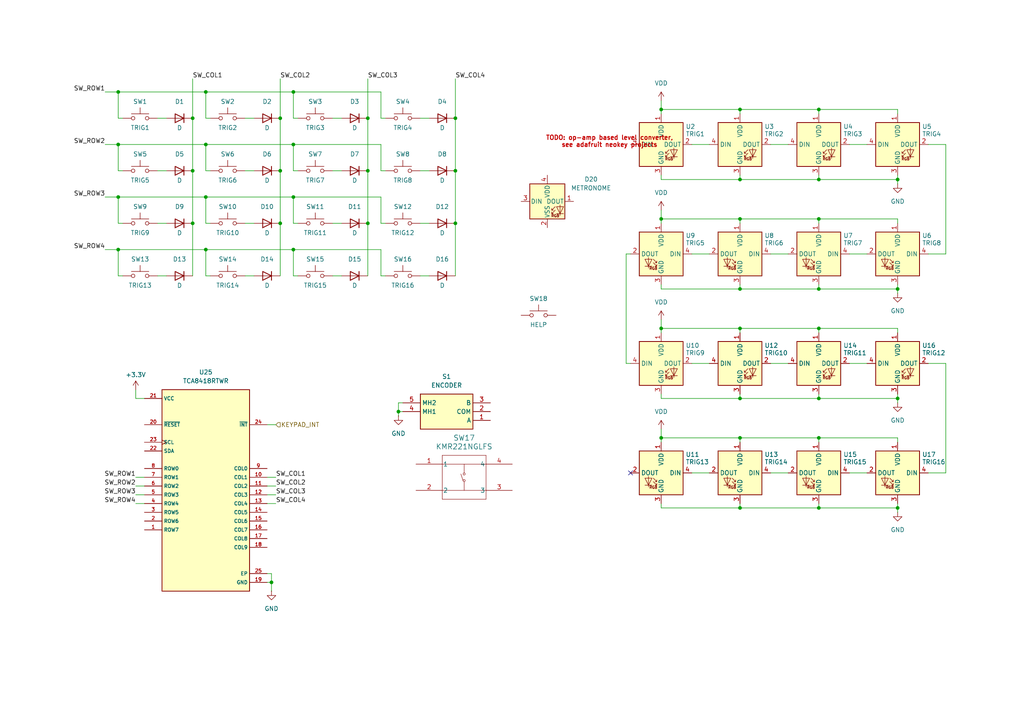
<source format=kicad_sch>
(kicad_sch (version 20250114) (generator "eeschema") (generator_version "9.0")
  (paper "A4")
  (lib_symbols
    (symbol "Device:D" (pin_numbers (hide yes)) (pin_names (offset 1.016) (hide yes))
      (property "Reference" "D" (at 0 2.54 0))
      (property "Value" "D" (at 0 -2.54 0))
      (symbol "D_0_1"
        (polyline (pts (xy -1.27 1.27) (xy -1.27 -1.27)) (stroke (width 0.254)))
        (polyline (pts (xy 1.27 1.27) (xy 1.27 -1.27) (xy -1.27 0) (xy 1.27 1.27)) (stroke (width 0.254)))
        (polyline (pts (xy 1.27 0) (xy -1.27 0)))
      )
      (symbol "D_1_1"
        (pin passive line (at -3.81 0 0) (length 2.54) (name "K") (number "1"))
        (pin passive line (at 3.81 0 180) (length 2.54) (name "A") (number "2"))
      )
    )
    (symbol "LED:SK6812MINI" (pin_names (offset 0.254))
      (property "Reference" "D" (at 5.08 5.715 0))
      (property "Value" "SK6812MINI" (at 1.27 -5.715 0))
      (symbol "SK6812MINI_0_0"
        (text "RGB" (at 2.286 -4.191 0) (effects (font (size 0.762 0.762))))
      )
      (symbol "SK6812MINI_0_1"
        (polyline (pts (xy 1.27 -2.54) (xy 1.778 -2.54)))
        (polyline (pts (xy 1.27 -3.556) (xy 1.778 -3.556)))
        (polyline (pts (xy 2.286 -1.524) (xy 1.27 -2.54) (xy 1.27 -2.032)))
        (polyline (pts (xy 2.286 -2.54) (xy 1.27 -3.556) (xy 1.27 -3.048)))
        (polyline (pts (xy 3.683 -1.016) (xy 3.683 -3.556) (xy 3.683 -4.064)))
        (polyline (pts (xy 4.699 -1.524) (xy 2.667 -1.524) (xy 3.683 -3.556) (xy 4.699 -1.524)))
        (polyline (pts (xy 4.699 -3.556) (xy 2.667 -3.556)))
        (rectangle (start 5.08 5.08) (end -5.08 -5.08) (stroke (width 0.254)) (fill (type background)))
      )
      (symbol "SK6812MINI_1_1"
        (pin input line (at -7.62 0 0) (length 2.54) (name "DIN") (number "3"))
        (pin power_in line (at 0 7.62 270) (length 2.54) (name "VDD") (number "4"))
        (pin power_in line (at 0 -7.62 90) (length 2.54) (name "VSS") (number "2"))
        (pin output line (at 7.62 0 180) (length 2.54) (name "DOUT") (number "1"))
      )
    )
    (symbol "Switch:SW_Push" (pin_numbers (hide yes)) (pin_names (offset 1.016) (hide yes))
      (property "Reference" "SW" (at 1.27 2.54 0))
      (property "Value" "SW_Push" (at 0 -1.524 0))
      (symbol "SW_Push_0_1"
        (circle (center -2.032 0) (radius 0.508))
        (polyline (pts (xy 0 1.27) (xy 0 3.048)))
        (circle (center 2.032 0) (radius 0.508))
        (polyline (pts (xy 2.54 1.27) (xy -2.54 1.27)))
        (pin passive line (at -5.08 0 0) (length 2.54) (name "1") (number "1"))
        (pin passive line (at 5.08 0 180) (length 2.54) (name "2") (number "2"))
      )
    )
    (symbol "pocket_synth:2416191-1"
      (property "Reference" "S" (at 21.59 7.62 0))
      (property "Value" "2416191-1" (at 21.59 5.08 0))
      (symbol "2416191-1_1_1"
        (rectangle (start 5.08 2.54) (end 20.32 -7.62) (stroke (width 0.254)) (fill (type background)))
        (pin passive line (at 0 0 0) (length 5.08) (name "MH2") (number "5"))
        (pin passive line (at 0 -2.54 0) (length 5.08) (name "MH1") (number "4"))
        (pin passive line (at 25.4 0 180) (length 5.08) (name "B") (number "3"))
        (pin passive line (at 25.4 -2.54 180) (length 5.08) (name "COM") (number "2"))
        (pin passive line (at 25.4 -5.08 180) (length 5.08) (name "A") (number "1"))
      )
    )
    (symbol "pocket_synth:KMR221NGLFS" (pin_names (offset 0.254))
      (property "Reference" "SW" (at 14.605 7.62 0))
      (property "Value" "KMR221NGLFS" (at 20.32 5.08 0))
      (symbol "KMR221NGLFS_0_1"
        (polyline (pts (xy 7.62 2.54) (xy 7.62 -10.16)) (stroke (width 0.127)))
        (polyline (pts (xy 7.62 0) (xy 20.32 0)) (stroke (width 0.127)))
        (polyline (pts (xy 7.62 -7.62) (xy 20.32 -7.62)) (stroke (width 0.127)))
        (polyline (pts (xy 7.62 -10.16) (xy 20.32 -10.16)) (stroke (width 0.127)))
        (polyline (pts (xy 13.6525 -4.7625) (xy 13.0175 -2.8575)) (stroke (width 0.127)))
        (polyline (pts (xy 13.97 0) (xy 13.97 -2.54)) (stroke (width 0.127)))
        (circle (center 13.97 -2.8575) (radius 0.3048) (stroke (width 0.127)))
        (circle (center 13.97 -4.7625) (radius 0.3048) (stroke (width 0.127)))
        (polyline (pts (xy 13.97 -7.62) (xy 13.97 -5.08)) (stroke (width 0.127)))
        (polyline (pts (xy 20.32 2.54) (xy 7.62 2.54)) (stroke (width 0.127)))
        (polyline (pts (xy 20.32 -10.16) (xy 20.32 2.54)) (stroke (width 0.127)))
        (pin unspecified line (at 0 0 0) (length 7.62) (name "1") (number "1"))
        (pin unspecified line (at 0 -7.62 0) (length 7.62) (name "2") (number "2"))
        (pin unspecified line (at 27.94 0 180) (length 7.62) (name "4") (number "4"))
        (pin unspecified line (at 27.94 -7.62 180) (length 7.62) (name "3") (number "3"))
      )
    )
    (symbol "pocket_synth:SK6812MINI-E"
      (property "Reference" "U" (at 0 0 0))
      (symbol "SK6812MINI-E_0_0"
        (text "RGB" (at 2.286 -4.191 0) (effects (font (size 0.762 0.762))))
      )
      (symbol "SK6812MINI-E_0_1"
        (rectangle (start -6.35 6.35) (end 6.35 -6.35) (stroke (width 0.254)) (fill (type background)))
        (polyline (pts (xy 1.27 -2.54) (xy 1.778 -2.54)))
        (polyline (pts (xy 1.27 -3.556) (xy 1.778 -3.556)))
        (polyline (pts (xy 2.286 -1.524) (xy 1.27 -2.54) (xy 1.27 -2.032)))
        (polyline (pts (xy 2.286 -2.54) (xy 1.27 -3.556) (xy 1.27 -3.048)))
        (polyline (pts (xy 3.683 -1.016) (xy 3.683 -3.556) (xy 3.683 -4.064)))
        (polyline (pts (xy 4.699 -1.524) (xy 2.667 -1.524) (xy 3.683 -3.556) (xy 4.699 -1.524)))
        (polyline (pts (xy 4.699 -3.556) (xy 2.667 -3.556)))
      )
      (symbol "SK6812MINI-E_1_1"
        (pin input line (at -8.89 0 0) (length 2.54) (name "DIN") (number "4"))
        (pin power_in line (at 0 8.89 270) (length 2.54) (name "VDD") (number "1"))
        (pin power_in line (at 0 -8.89 90) (length 2.54) (name "GND") (number "3"))
        (pin output line (at 8.89 0 180) (length 2.54) (name "DOUT") (number "2"))
      )
    )
    (symbol "pocket_synth:TCA8418RTWR"
      (property "Reference" "U" (at 0 0 0))
      (property "Value" "TCA8418RTWR" (at 0 0 0))
      (symbol "TCA8418RTWR_0_0"
        (rectangle (start -12.7 29.21) (end 12.7 -29.21) (stroke (width 0.254)) (fill (type background)))
        (pin power_in line (at -17.78 26.67 0) (length 5.08) (name "VCC") (number "21"))
        (pin input line (at -17.78 19.05 0) (length 5.08) (name "~{RESET}") (number "20"))
        (pin input clock (at -17.78 13.97 0) (length 5.08) (name "SCL") (number "23"))
        (pin bidirectional line (at -17.78 11.43 0) (length 5.08) (name "SDA") (number "22"))
        (pin bidirectional line (at -17.78 6.35 0) (length 5.08) (name "ROW0") (number "8"))
        (pin bidirectional line (at -17.78 3.81 0) (length 5.08) (name "ROW1") (number "7"))
        (pin bidirectional line (at -17.78 1.27 0) (length 5.08) (name "ROW2") (number "6"))
        (pin bidirectional line (at -17.78 -1.27 0) (length 5.08) (name "ROW3") (number "5"))
        (pin bidirectional line (at -17.78 -3.81 0) (length 5.08) (name "ROW4") (number "4"))
        (pin bidirectional line (at -17.78 -6.35 0) (length 5.08) (name "ROW5") (number "3"))
        (pin bidirectional line (at -17.78 -8.89 0) (length 5.08) (name "ROW6") (number "2"))
        (pin bidirectional line (at -17.78 -11.43 0) (length 5.08) (name "ROW7") (number "1"))
        (pin output line (at 17.78 19.05 180) (length 5.08) (name "~{INT}") (number "24"))
        (pin bidirectional line (at 17.78 6.35 180) (length 5.08) (name "COL0") (number "9"))
        (pin bidirectional line (at 17.78 3.81 180) (length 5.08) (name "COL1") (number "10"))
        (pin bidirectional line (at 17.78 1.27 180) (length 5.08) (name "COL2") (number "11"))
        (pin bidirectional line (at 17.78 -1.27 180) (length 5.08) (name "COL3") (number "12"))
        (pin bidirectional line (at 17.78 -3.81 180) (length 5.08) (name "COL4") (number "13"))
        (pin bidirectional line (at 17.78 -6.35 180) (length 5.08) (name "COL5") (number "14"))
        (pin bidirectional line (at 17.78 -8.89 180) (length 5.08) (name "COL6") (number "15"))
        (pin bidirectional line (at 17.78 -11.43 180) (length 5.08) (name "COL7") (number "16"))
        (pin bidirectional line (at 17.78 -13.97 180) (length 5.08) (name "COL8") (number "17"))
        (pin bidirectional line (at 17.78 -16.51 180) (length 5.08) (name "COL9") (number "18"))
        (pin passive line (at 17.78 -24.13 180) (length 5.08) (name "EP") (number "25"))
        (pin power_in line (at 17.78 -26.67 180) (length 5.08) (name "GND") (number "19"))
      )
    )
    (symbol "power:+3.3V" (power) (pin_numbers (hide yes)) (pin_names (offset 0) (hide yes))
      (property "Value" "+3.3V" (at 0 3.556 0))
      (symbol "+3.3V_0_1"
        (polyline (pts (xy -0.762 1.27) (xy 0 2.54)))
        (polyline (pts (xy 0 2.54) (xy 0.762 1.27)))
        (polyline (pts (xy 0 0) (xy 0 2.54)))
      )
      (symbol "+3.3V_1_1"
        (pin power_in line (at 0 0 90) (length 0) (name "~") (number "1"))
      )
    )
    (symbol "power:GND" (power) (pin_numbers (hide yes)) (pin_names (offset 0) (hide yes))
      (property "Value" "GND" (at 0 -3.81 0))
      (symbol "GND_0_1"
        (polyline (pts (xy 0 0) (xy 0 -1.27) (xy 1.27 -1.27) (xy 0 -2.54) (xy -1.27 -1.27) (xy 0 -1.27)))
      )
      (symbol "GND_1_1"
        (pin power_in line (at 0 0 270) (length 0) (name "~") (number "1"))
      )
    )
    (symbol "power:VDD" (power) (pin_numbers (hide yes)) (pin_names (offset 0) (hide yes))
      (property "Value" "VDD" (at 0 3.556 0))
      (symbol "VDD_0_1"
        (polyline (pts (xy -0.762 1.27) (xy 0 2.54)))
        (polyline (pts (xy 0 2.54) (xy 0.762 1.27)))
        (polyline (pts (xy 0 0) (xy 0 2.54)))
      )
      (symbol "VDD_1_1"
        (pin power_in line (at 0 0 90) (length 0) (name "~") (number "1"))
      )
    )
  )
  (text "TODO: op-amp based level converter,\nsee adafruit neokey projects" (at 176.784 41.148 0) (effects (font (size 1.27 1.27) (thickness 0.254) (bold yes))))
  (junction (at 34.29 26.67))
  (junction (at 260.35 52.07))
  (junction (at 214.63 127))
  (junction (at 106.68 49.53))
  (junction (at 237.49 127))
  (junction (at 85.09 72.39))
  (junction (at 214.63 95.25))
  (junction (at 260.35 147.32))
  (junction (at 55.88 64.77))
  (junction (at 191.77 63.5))
  (junction (at 59.69 41.91))
  (junction (at 191.77 31.75))
  (junction (at 260.35 115.57))
  (junction (at 106.68 34.29))
  (junction (at 55.88 49.53))
  (junction (at 59.69 57.15))
  (junction (at 55.88 34.29))
  (junction (at 214.63 63.5))
  (junction (at 34.29 41.91))
  (junction (at 214.63 115.57))
  (junction (at 132.08 49.53))
  (junction (at 260.35 83.82))
  (junction (at 237.49 147.32))
  (junction (at 34.29 57.15))
  (junction (at 237.49 52.07))
  (junction (at 59.69 72.39))
  (junction (at 132.08 34.29))
  (junction (at 85.09 41.91))
  (junction (at 237.49 31.75))
  (junction (at 237.49 115.57))
  (junction (at 191.77 127))
  (junction (at 81.28 34.29))
  (junction (at 214.63 83.82))
  (junction (at 214.63 52.07))
  (junction (at 59.69 26.67))
  (junction (at 106.68 64.77))
  (junction (at 191.77 95.25))
  (junction (at 214.63 31.75))
  (junction (at 81.28 49.53))
  (junction (at 85.09 57.15))
  (junction (at 34.29 72.39))
  (junction (at 237.49 83.82))
  (junction (at 115.57 119.38))
  (junction (at 237.49 95.25))
  (junction (at 78.74 168.91))
  (junction (at 132.08 64.77))
  (junction (at 81.28 64.77))
  (junction (at 237.49 63.5))
  (junction (at 85.09 26.67))
  (junction (at 214.63 147.32))
  (no_connect (at 182.88 137.16))
  (wire (pts (xy 59.69 41.91) (xy 59.69 49.53)))
  (wire (pts (xy 86.36 80.01) (xy 85.09 80.01)))
  (wire (pts (xy 85.09 26.67) (xy 85.09 34.29)))
  (wire (pts (xy 45.72 34.29) (xy 48.26 34.29)))
  (wire (pts (xy 71.12 34.29) (xy 73.66 34.29)))
  (wire (pts (xy 191.77 95.25) (xy 191.77 96.52)))
  (wire (pts (xy 86.36 64.77) (xy 85.09 64.77)))
  (wire (pts (xy 34.29 72.39) (xy 34.29 80.01)))
  (wire (pts (xy 274.32 105.41) (xy 274.32 137.16)))
  (wire (pts (xy 110.49 72.39) (xy 110.49 80.01)))
  (wire (pts (xy 41.91 115.57) (xy 39.37 115.57)))
  (wire (pts (xy 191.77 52.07) (xy 214.63 52.07)))
  (wire (pts (xy 191.77 82.55) (xy 191.77 83.82)))
  (wire (pts (xy 214.63 82.55) (xy 214.63 83.82)))
  (wire (pts (xy 191.77 95.25) (xy 214.63 95.25)))
  (wire (pts (xy 71.12 49.53) (xy 73.66 49.53)))
  (wire (pts (xy 251.46 137.16) (xy 246.38 137.16)))
  (wire (pts (xy 274.32 41.91) (xy 274.32 73.66)))
  (wire (pts (xy 77.47 168.91) (xy 78.74 168.91)))
  (wire (pts (xy 237.49 31.75) (xy 260.35 31.75)))
  (wire (pts (xy 55.88 22.86) (xy 55.88 34.29)))
  (wire (pts (xy 59.69 57.15) (xy 85.09 57.15)))
  (wire (pts (xy 237.49 95.25) (xy 260.35 95.25)))
  (wire (pts (xy 200.66 105.41) (xy 205.74 105.41)))
  (wire (pts (xy 214.63 95.25) (xy 237.49 95.25)))
  (wire (pts (xy 200.66 41.91) (xy 205.74 41.91)))
  (wire (pts (xy 121.92 80.01) (xy 124.46 80.01)))
  (wire (pts (xy 269.24 41.91) (xy 274.32 41.91)))
  (wire (pts (xy 260.35 31.75) (xy 260.35 33.02)))
  (wire (pts (xy 110.49 26.67) (xy 110.49 34.29)))
  (wire (pts (xy 30.48 26.67) (xy 34.29 26.67)))
  (wire (pts (xy 191.77 60.96) (xy 191.77 63.5)))
  (wire (pts (xy 191.77 50.8) (xy 191.77 52.07)))
  (wire (pts (xy 214.63 31.75) (xy 237.49 31.75)))
  (wire (pts (xy 260.35 147.32) (xy 260.35 148.59)))
  (wire (pts (xy 85.09 41.91) (xy 85.09 49.53)))
  (wire (pts (xy 45.72 64.77) (xy 48.26 64.77)))
  (wire (pts (xy 39.37 146.05) (xy 41.91 146.05)))
  (wire (pts (xy 214.63 146.05) (xy 214.63 147.32)))
  (wire (pts (xy 30.48 72.39) (xy 34.29 72.39)))
  (wire (pts (xy 274.32 137.16) (xy 269.24 137.16)))
  (wire (pts (xy 55.88 34.29) (xy 55.88 49.53)))
  (wire (pts (xy 181.61 105.41) (xy 182.88 105.41)))
  (wire (pts (xy 45.72 80.01) (xy 48.26 80.01)))
  (wire (pts (xy 121.92 64.77) (xy 124.46 64.77)))
  (wire (pts (xy 121.92 49.53) (xy 124.46 49.53)))
  (wire (pts (xy 269.24 105.41) (xy 274.32 105.41)))
  (wire (pts (xy 237.49 52.07) (xy 260.35 52.07)))
  (wire (pts (xy 214.63 147.32) (xy 237.49 147.32)))
  (wire (pts (xy 96.52 80.01) (xy 99.06 80.01)))
  (wire (pts (xy 35.56 49.53) (xy 34.29 49.53)))
  (wire (pts (xy 237.49 127) (xy 260.35 127)))
  (wire (pts (xy 77.47 166.37) (xy 78.74 166.37)))
  (wire (pts (xy 81.28 34.29) (xy 81.28 49.53)))
  (wire (pts (xy 59.69 41.91) (xy 85.09 41.91)))
  (wire (pts (xy 55.88 64.77) (xy 55.88 80.01)))
  (wire (pts (xy 71.12 64.77) (xy 73.66 64.77)))
  (wire (pts (xy 274.32 73.66) (xy 269.24 73.66)))
  (wire (pts (xy 260.35 146.05) (xy 260.35 147.32)))
  (wire (pts (xy 121.92 34.29) (xy 124.46 34.29)))
  (wire (pts (xy 59.69 26.67) (xy 85.09 26.67)))
  (wire (pts (xy 30.48 57.15) (xy 34.29 57.15)))
  (wire (pts (xy 96.52 64.77) (xy 99.06 64.77)))
  (wire (pts (xy 34.29 41.91) (xy 59.69 41.91)))
  (wire (pts (xy 59.69 72.39) (xy 59.69 80.01)))
  (wire (pts (xy 77.47 146.05) (xy 80.01 146.05)))
  (wire (pts (xy 237.49 95.25) (xy 237.49 96.52)))
  (wire (pts (xy 106.68 49.53) (xy 106.68 64.77)))
  (wire (pts (xy 191.77 92.71) (xy 191.77 95.25)))
  (wire (pts (xy 34.29 72.39) (xy 59.69 72.39)))
  (wire (pts (xy 181.61 73.66) (xy 181.61 105.41)))
  (wire (pts (xy 214.63 127) (xy 214.63 128.27)))
  (wire (pts (xy 59.69 26.67) (xy 59.69 34.29)))
  (wire (pts (xy 35.56 64.77) (xy 34.29 64.77)))
  (wire (pts (xy 237.49 127) (xy 237.49 128.27)))
  (wire (pts (xy 182.88 73.66) (xy 181.61 73.66)))
  (wire (pts (xy 132.08 22.86) (xy 132.08 34.29)))
  (wire (pts (xy 81.28 22.86) (xy 81.28 34.29)))
  (wire (pts (xy 260.35 95.25) (xy 260.35 96.52)))
  (wire (pts (xy 60.96 80.01) (xy 59.69 80.01)))
  (wire (pts (xy 116.84 116.84) (xy 115.57 116.84)))
  (wire (pts (xy 106.68 64.77) (xy 106.68 80.01)))
  (wire (pts (xy 214.63 52.07) (xy 237.49 52.07)))
  (wire (pts (xy 85.09 57.15) (xy 85.09 64.77)))
  (wire (pts (xy 191.77 127) (xy 191.77 128.27)))
  (wire (pts (xy 214.63 63.5) (xy 237.49 63.5)))
  (wire (pts (xy 35.56 80.01) (xy 34.29 80.01)))
  (wire (pts (xy 34.29 57.15) (xy 59.69 57.15)))
  (wire (pts (xy 96.52 34.29) (xy 99.06 34.29)))
  (wire (pts (xy 214.63 115.57) (xy 237.49 115.57)))
  (wire (pts (xy 214.63 114.3) (xy 214.63 115.57)))
  (wire (pts (xy 228.6 137.16) (xy 223.52 137.16)))
  (wire (pts (xy 85.09 26.67) (xy 110.49 26.67)))
  (wire (pts (xy 223.52 41.91) (xy 228.6 41.91)))
  (wire (pts (xy 30.48 41.91) (xy 34.29 41.91)))
  (wire (pts (xy 191.77 146.05) (xy 191.77 147.32)))
  (wire (pts (xy 85.09 72.39) (xy 110.49 72.39)))
  (wire (pts (xy 228.6 73.66) (xy 223.52 73.66)))
  (wire (pts (xy 205.74 73.66) (xy 200.66 73.66)))
  (wire (pts (xy 45.72 49.53) (xy 48.26 49.53)))
  (wire (pts (xy 260.35 114.3) (xy 260.35 115.57)))
  (wire (pts (xy 260.35 115.57) (xy 260.35 116.84)))
  (wire (pts (xy 191.77 31.75) (xy 191.77 33.02)))
  (wire (pts (xy 191.77 114.3) (xy 191.77 115.57)))
  (wire (pts (xy 86.36 34.29) (xy 85.09 34.29)))
  (wire (pts (xy 39.37 138.43) (xy 41.91 138.43)))
  (wire (pts (xy 191.77 31.75) (xy 214.63 31.75)))
  (wire (pts (xy 237.49 146.05) (xy 237.49 147.32)))
  (wire (pts (xy 85.09 57.15) (xy 110.49 57.15)))
  (wire (pts (xy 78.74 166.37) (xy 78.74 168.91)))
  (wire (pts (xy 34.29 26.67) (xy 59.69 26.67)))
  (wire (pts (xy 237.49 31.75) (xy 237.49 33.02)))
  (wire (pts (xy 71.12 80.01) (xy 73.66 80.01)))
  (wire (pts (xy 214.63 50.8) (xy 214.63 52.07)))
  (wire (pts (xy 39.37 143.51) (xy 41.91 143.51)))
  (wire (pts (xy 237.49 83.82) (xy 260.35 83.82)))
  (wire (pts (xy 214.63 95.25) (xy 214.63 96.52)))
  (wire (pts (xy 191.77 63.5) (xy 214.63 63.5)))
  (wire (pts (xy 191.77 63.5) (xy 191.77 64.77)))
  (wire (pts (xy 214.63 83.82) (xy 237.49 83.82)))
  (wire (pts (xy 60.96 34.29) (xy 59.69 34.29)))
  (wire (pts (xy 237.49 50.8) (xy 237.49 52.07)))
  (wire (pts (xy 260.35 52.07) (xy 260.35 53.34)))
  (wire (pts (xy 115.57 116.84) (xy 115.57 119.38)))
  (wire (pts (xy 246.38 41.91) (xy 251.46 41.91)))
  (wire (pts (xy 86.36 49.53) (xy 85.09 49.53)))
  (wire (pts (xy 260.35 82.55) (xy 260.35 83.82)))
  (wire (pts (xy 110.49 41.91) (xy 110.49 49.53)))
  (wire (pts (xy 85.09 41.91) (xy 110.49 41.91)))
  (wire (pts (xy 251.46 73.66) (xy 246.38 73.66)))
  (wire (pts (xy 115.57 119.38) (xy 115.57 120.65)))
  (wire (pts (xy 214.63 31.75) (xy 214.63 33.02)))
  (wire (pts (xy 132.08 34.29) (xy 132.08 49.53)))
  (wire (pts (xy 132.08 49.53) (xy 132.08 64.77)))
  (wire (pts (xy 205.74 137.16) (xy 200.66 137.16)))
  (wire (pts (xy 260.35 127) (xy 260.35 128.27)))
  (wire (pts (xy 191.77 124.46) (xy 191.77 127)))
  (wire (pts (xy 214.63 127) (xy 237.49 127)))
  (wire (pts (xy 60.96 49.53) (xy 59.69 49.53)))
  (wire (pts (xy 111.76 49.53) (xy 110.49 49.53)))
  (wire (pts (xy 111.76 64.77) (xy 110.49 64.77)))
  (wire (pts (xy 77.47 138.43) (xy 80.01 138.43)))
  (wire (pts (xy 237.49 114.3) (xy 237.49 115.57)))
  (wire (pts (xy 111.76 34.29) (xy 110.49 34.29)))
  (wire (pts (xy 96.52 49.53) (xy 99.06 49.53)))
  (wire (pts (xy 260.35 50.8) (xy 260.35 52.07)))
  (wire (pts (xy 39.37 140.97) (xy 41.91 140.97)))
  (wire (pts (xy 78.74 168.91) (xy 78.74 171.45)))
  (wire (pts (xy 237.49 63.5) (xy 237.49 64.77)))
  (wire (pts (xy 77.47 123.19) (xy 80.01 123.19)))
  (wire (pts (xy 237.49 147.32) (xy 260.35 147.32)))
  (wire (pts (xy 237.49 115.57) (xy 260.35 115.57)))
  (wire (pts (xy 223.52 105.41) (xy 228.6 105.41)))
  (wire (pts (xy 191.77 127) (xy 214.63 127)))
  (wire (pts (xy 34.29 57.15) (xy 34.29 64.77)))
  (wire (pts (xy 214.63 63.5) (xy 214.63 64.77)))
  (wire (pts (xy 237.49 82.55) (xy 237.49 83.82)))
  (wire (pts (xy 191.77 115.57) (xy 214.63 115.57)))
  (wire (pts (xy 59.69 57.15) (xy 59.69 64.77)))
  (wire (pts (xy 39.37 113.03) (xy 39.37 115.57)))
  (wire (pts (xy 85.09 72.39) (xy 85.09 80.01)))
  (wire (pts (xy 81.28 64.77) (xy 81.28 80.01)))
  (wire (pts (xy 246.38 105.41) (xy 251.46 105.41)))
  (wire (pts (xy 55.88 49.53) (xy 55.88 64.77)))
  (wire (pts (xy 59.69 72.39) (xy 85.09 72.39)))
  (wire (pts (xy 191.77 83.82) (xy 214.63 83.82)))
  (wire (pts (xy 132.08 64.77) (xy 132.08 80.01)))
  (wire (pts (xy 191.77 147.32) (xy 214.63 147.32)))
  (wire (pts (xy 110.49 57.15) (xy 110.49 64.77)))
  (wire (pts (xy 81.28 49.53) (xy 81.28 64.77)))
  (wire (pts (xy 111.76 80.01) (xy 110.49 80.01)))
  (wire (pts (xy 77.47 140.97) (xy 80.01 140.97)))
  (wire (pts (xy 237.49 63.5) (xy 260.35 63.5)))
  (wire (pts (xy 191.77 29.21) (xy 191.77 31.75)))
  (wire (pts (xy 116.84 119.38) (xy 115.57 119.38)))
  (wire (pts (xy 34.29 41.91) (xy 34.29 49.53)))
  (wire (pts (xy 77.47 143.51) (xy 80.01 143.51)))
  (wire (pts (xy 35.56 34.29) (xy 34.29 34.29)))
  (wire (pts (xy 260.35 83.82) (xy 260.35 85.09)))
  (wire (pts (xy 60.96 64.77) (xy 59.69 64.77)))
  (wire (pts (xy 260.35 63.5) (xy 260.35 64.77)))
  (wire (pts (xy 106.68 34.29) (xy 106.68 49.53)))
  (wire (pts (xy 106.68 22.86) (xy 106.68 34.29)))
  (wire (pts (xy 34.29 26.67) (xy 34.29 34.29)))
  (label "SW_ROW1" (at 30.48 26.67 180))
  (label "SW_ROW1" (at 39.37 138.43 180))
  (label "SW_ROW4" (at 39.37 146.05 180))
  (label "SW_COL1" (at 80.01 138.43 0))
  (label "SW_COL3" (at 106.68 22.86 0))
  (label "SW_ROW3" (at 30.48 57.15 180))
  (label "SW_COL4" (at 132.08 22.86 0))
  (label "SW_COL4" (at 80.01 146.05 0))
  (label "SW_COL2" (at 80.01 140.97 0))
  (label "SW_COL2" (at 81.28 22.86 0))
  (label "SW_ROW2" (at 39.37 140.97 180))
  (label "SW_COL3" (at 80.01 143.51 0))
  (label "SW_ROW4" (at 30.48 72.39 180))
  (label "SW_ROW2" (at 30.48 41.91 180))
  (label "SW_ROW3" (at 39.37 143.51 180))
  (label "SW_COL1" (at 55.88 22.86 0))
  (hierarchical_label "KEYPAD_INT" (shape input) (at 80.01 123.19 0))
  (symbol (lib_id "Device:D") (at 77.47 34.29 180) (unit 1)
    (property "Reference" "D2" (at 77.47 29.464 0))
    (property "Value" "D" (at 77.47 37.084 0))
    (property "Footprint" "Diode_SMD:D_0603_1608Metric_Pad1.05x0.95mm_HandSolder" (effects (hide yes)))
    (property "Description" "Diode" (effects (hide yes)))
    (property "Sim.Device" "D" (effects (hide yes)))
    (property "Sim.Pins" "1=K 2=A" (effects (hide yes)))
  )
  (symbol (lib_id "pocket_synth:SK6812MINI-E") (at 214.63 73.66 0) (mirror y) (unit 1)
    (property "Reference" "U8" (at 221.742 68.326 0) (effects (justify right)))
    (property "Value" "TRIG6" (at 221.742 70.4851 0) (effects (justify right)))
    (property "Footprint" "pocket_synth:SK6812MINI-E" (effects (hide yes)))
    (property "Datasheet" "https://cdn-shop.adafruit.com/product-files/4960/4960_SK6812MINI-E_REV02_EN.pdf" (effects (hide yes)))
  )
  (symbol (lib_id "pocket_synth:SK6812MINI-E") (at 191.77 105.41 0) (unit 1)
    (property "Reference" "U10" (at 198.882 100.2029 0) (effects (justify left)))
    (property "Value" "TRIG9" (at 198.882 102.362 0) (effects (justify left)))
    (property "Footprint" "pocket_synth:SK6812MINI-E" (effects (hide yes)))
    (property "Datasheet" "https://cdn-shop.adafruit.com/product-files/4960/4960_SK6812MINI-E_REV02_EN.pdf" (effects (hide yes)))
  )
  (symbol (lib_id "power:GND") (at 260.35 116.84 0) (unit 1)
    (property "Reference" "#PWR032" (effects (hide yes)))
    (property "Value" "GND" (at 260.35 121.92 0))
    (property "Description" "Power symbol creates a global label with name \"GND\" , ground" (effects (hide yes)))
  )
  (symbol (lib_id "power:VDD") (at 191.77 124.46 0) (mirror y) (unit 1)
    (property "Reference" "#PWR021" (effects (hide yes)))
    (property "Value" "VDD" (at 191.77 119.38 0))
    (property "Description" "Power symbol creates a global label with name \"VDD\"" (effects (hide yes)))
  )
  (symbol (lib_id "pocket_synth:SK6812MINI-E") (at 260.35 41.91 0) (unit 1)
    (property "Reference" "U5" (at 267.462 36.7029 0) (effects (justify left)))
    (property "Value" "TRIG4" (at 267.462 38.862 0) (effects (justify left)))
    (property "Footprint" "pocket_synth:SK6812MINI-E" (effects (hide yes)))
    (property "Datasheet" "https://cdn-shop.adafruit.com/product-files/4960/4960_SK6812MINI-E_REV02_EN.pdf" (effects (hide yes)))
  )
  (symbol (lib_id "power:GND") (at 115.57 120.65 0) (unit 1)
    (property "Reference" "#PWR013" (effects (hide yes)))
    (property "Value" "GND" (at 115.57 125.73 0))
    (property "Description" "Power symbol creates a global label with name \"GND\" , ground" (effects (hide yes)))
  )
  (symbol (lib_id "Device:D") (at 102.87 49.53 180) (unit 1)
    (property "Reference" "D7" (at 102.87 44.704 0))
    (property "Value" "D" (at 102.87 52.324 0))
    (property "Footprint" "Diode_SMD:D_0603_1608Metric_Pad1.05x0.95mm_HandSolder" (effects (hide yes)))
    (property "Description" "Diode" (effects (hide yes)))
    (property "Sim.Device" "D" (effects (hide yes)))
    (property "Sim.Pins" "1=K 2=A" (effects (hide yes)))
  )
  (symbol (lib_id "Switch:SW_Push") (at 66.04 49.53 0) (unit 1)
    (property "Reference" "SW6" (at 66.04 44.704 0))
    (property "Value" "TRIG6" (at 66.04 51.562 0) (effects (justify top)))
    (property "Footprint" "pocket_synth:SW_Hotswap_Kailh_Choc_V1V2_Plated_1.00u" (effects (hide yes)))
    (property "Description" "Push button switch, generic, two pins" (effects (hide yes)))
  )
  (symbol (lib_id "pocket_synth:2416191-1") (at 116.84 116.84 0) (unit 1)
    (property "Reference" "S1" (at 129.54 109.22 0))
    (property "Value" "ENCODER" (at 129.54 111.76 0))
    (property "Footprint" "pocket_synth:2416191-1" (effects (hide yes)))
    (property "Datasheet" "https://www.te.com/commerce/DocumentDelivery/DDEController?Action=srchrtrv&DocNm=2416191&DocType=Customer%20Drawing&DocLang=English&DocFormat=pdf&PartCntxt=2416191-1" (effects (hide yes)))
    (property "Description" "Screwdriver Slot Actuator Style, NC, Nickel Silver, Gold, IP40, Low Profile, Support Bracket, 1mA Contact Current Rating, Tactile Switches" (effects (hide yes)))
    (property "Height" "7" (effects (hide yes)))
    (property "Manufacturer_Name" "TE Connectivity" (effects (hide yes)))
    (property "Manufacturer_Part_Number" "2416191-1" (effects (hide yes)))
    (property "Mouser Part Number" "655-2416191-1" (effects (hide yes)))
    (property "Mouser Price/Stock" "https://www.mouser.co.uk/ProductDetail/TE-Connectivity/2416191-1?qs=amGC7iS6iy%2FTGPRLFDSYTw%3D%3D" (effects (hide yes)))
  )
  (symbol (lib_id "pocket_synth:SK6812MINI-E") (at 237.49 41.91 0) (unit 1)
    (property "Reference" "U4" (at 244.602 36.7029 0) (effects (justify left)))
    (property "Value" "TRIG3" (at 244.602 38.862 0) (effects (justify left)))
    (property "Footprint" "pocket_synth:SK6812MINI-E" (effects (hide yes)))
    (property "Datasheet" "https://cdn-shop.adafruit.com/product-files/4960/4960_SK6812MINI-E_REV02_EN.pdf" (effects (hide yes)))
  )
  (symbol (lib_id "power:+3.3V") (at 39.37 113.03 0) (unit 1)
    (property "Reference" "#PWR0125" (effects (hide yes)))
    (property "Value" "+3.3V" (at 39.37 108.712 0))
    (property "Description" "Power symbol creates a global label with name \"+3.3V\"" (effects (hide yes)))
  )
  (symbol (lib_id "pocket_synth:SK6812MINI-E") (at 237.49 137.16 0) (mirror y) (unit 1)
    (property "Reference" "U15" (at 244.602 131.826 0) (effects (justify right)))
    (property "Value" "TRIG15" (at 244.602 133.9851 0) (effects (justify right)))
    (property "Footprint" "pocket_synth:SK6812MINI-E" (effects (hide yes)))
    (property "Datasheet" "https://cdn-shop.adafruit.com/product-files/4960/4960_SK6812MINI-E_REV02_EN.pdf" (effects (hide yes)))
  )
  (symbol (lib_id "pocket_synth:TCA8418RTWR") (at 59.69 142.24 0) (unit 1)
    (property "Reference" "U25" (at 59.69 107.95 0))
    (property "Value" "TCA8418RTWR" (at 59.69 110.49 0))
    (property "Footprint" "Package_DFN_QFN:WQFN-24-1EP_4x4mm_P0.5mm_EP2.45x2.45mm" (effects (hide yes)))
    (property "Datasheet" "https://www.ti.com/lit/ds/symlink/tca8418.pdf?ts=1754456323928" (effects (hide yes)))
  )
  (symbol (lib_id "pocket_synth:SK6812MINI-E") (at 260.35 73.66 0) (mirror y) (unit 1)
    (property "Reference" "U6" (at 267.462 68.326 0) (effects (justify right)))
    (property "Value" "TRIG8" (at 267.462 70.4851 0) (effects (justify right)))
    (property "Footprint" "pocket_synth:SK6812MINI-E" (effects (hide yes)))
    (property "Datasheet" "https://cdn-shop.adafruit.com/product-files/4960/4960_SK6812MINI-E_REV02_EN.pdf" (effects (hide yes)))
  )
  (symbol (lib_id "power:VDD") (at 191.77 92.71 0) (unit 1)
    (property "Reference" "#PWR019" (effects (hide yes)))
    (property "Value" "VDD" (at 191.77 87.63 0))
    (property "Description" "Power symbol creates a global label with name \"VDD\"" (effects (hide yes)))
  )
  (symbol (lib_id "Device:D") (at 128.27 64.77 180) (unit 1)
    (property "Reference" "D12" (at 128.27 59.944 0))
    (property "Value" "D" (at 128.27 67.564 0))
    (property "Footprint" "Diode_SMD:D_0603_1608Metric_Pad1.05x0.95mm_HandSolder" (effects (hide yes)))
    (property "Description" "Diode" (effects (hide yes)))
    (property "Sim.Device" "D" (effects (hide yes)))
    (property "Sim.Pins" "1=K 2=A" (effects (hide yes)))
  )
  (symbol (lib_id "power:GND") (at 260.35 148.59 0) (mirror y) (unit 1)
    (property "Reference" "#PWR034" (effects (hide yes)))
    (property "Value" "GND" (at 260.35 153.67 0))
    (property "Description" "Power symbol creates a global label with name \"GND\" , ground" (effects (hide yes)))
  )
  (symbol (lib_id "pocket_synth:SK6812MINI-E") (at 191.77 137.16 0) (mirror y) (unit 1)
    (property "Reference" "U11" (at 198.882 131.826 0) (effects (justify right)))
    (property "Value" "TRIG13" (at 198.882 133.9851 0) (effects (justify right)))
    (property "Footprint" "pocket_synth:SK6812MINI-E" (effects (hide yes)))
    (property "Datasheet" "https://cdn-shop.adafruit.com/product-files/4960/4960_SK6812MINI-E_REV02_EN.pdf" (effects (hide yes)))
  )
  (symbol (lib_id "Device:D") (at 52.07 34.29 180) (unit 1)
    (property "Reference" "D1" (at 52.07 29.464 0))
    (property "Value" "D" (at 52.07 37.084 0))
    (property "Footprint" "Diode_SMD:D_0603_1608Metric_Pad1.05x0.95mm_HandSolder" (effects (hide yes)))
    (property "Description" "Diode" (effects (hide yes)))
    (property "Sim.Device" "D" (effects (hide yes)))
    (property "Sim.Pins" "1=K 2=A" (effects (hide yes)))
  )
  (symbol (lib_id "Switch:SW_Push") (at 156.21 91.44 0) (unit 1)
    (property "Reference" "SW18" (at 156.21 86.614 0))
    (property "Value" "HELP" (at 156.21 93.472 0) (effects (justify top)))
    (property "Footprint" "Button_Switch_SMD:SW_SPST_EVQQ2" (effects (hide yes)))
    (property "Description" "Push button switch, generic, two pins" (effects (hide yes)))
  )
  (symbol (lib_id "Switch:SW_Push") (at 40.64 80.01 0) (unit 1)
    (property "Reference" "SW13" (at 40.64 75.184 0))
    (property "Value" "TRIG13" (at 40.64 82.042 0) (effects (justify top)))
    (property "Footprint" "pocket_synth:SW_Hotswap_Kailh_Choc_V1V2_Plated_1.00u" (effects (hide yes)))
    (property "Description" "Push button switch, generic, two pins" (effects (hide yes)))
  )
  (symbol (lib_id "Switch:SW_Push") (at 91.44 64.77 0) (unit 1)
    (property "Reference" "SW11" (at 91.44 59.944 0))
    (property "Value" "TRIG11" (at 91.44 66.802 0) (effects (justify top)))
    (property "Footprint" "pocket_synth:SW_Hotswap_Kailh_Choc_V1V2_Plated_1.00u" (effects (hide yes)))
    (property "Description" "Push button switch, generic, two pins" (effects (hide yes)))
  )
  (symbol (lib_id "Switch:SW_Push") (at 116.84 34.29 0) (unit 1)
    (property "Reference" "SW4" (at 116.84 29.464 0))
    (property "Value" "TRIG4" (at 116.84 36.322 0) (effects (justify top)))
    (property "Footprint" "pocket_synth:SW_Hotswap_Kailh_Choc_V1V2_Plated_1.00u" (effects (hide yes)))
    (property "Description" "Push button switch, generic, two pins" (effects (hide yes)))
  )
  (symbol (lib_id "Switch:SW_Push") (at 91.44 80.01 0) (unit 1)
    (property "Reference" "SW15" (at 91.44 75.184 0))
    (property "Value" "TRIG15" (at 91.44 82.042 0) (effects (justify top)))
    (property "Footprint" "pocket_synth:SW_Hotswap_Kailh_Choc_V1V2_Plated_1.00u" (effects (hide yes)))
    (property "Description" "Push button switch, generic, two pins" (effects (hide yes)))
  )
  (symbol (lib_id "pocket_synth:SK6812MINI-E") (at 191.77 73.66 0) (mirror y) (unit 1)
    (property "Reference" "U9" (at 198.882 68.326 0) (effects (justify right)))
    (property "Value" "TRIG5" (at 198.882 70.4851 0) (effects (justify right)))
    (property "Footprint" "pocket_synth:SK6812MINI-E" (effects (hide yes)))
    (property "Datasheet" "https://cdn-shop.adafruit.com/product-files/4960/4960_SK6812MINI-E_REV02_EN.pdf" (effects (hide yes)))
  )
  (symbol (lib_id "power:GND") (at 78.74 171.45 0) (unit 1)
    (property "Reference" "#PWR011" (effects (hide yes)))
    (property "Value" "GND" (at 78.74 176.53 0))
    (property "Description" "Power symbol creates a global label with name \"GND\" , ground" (effects (hide yes)))
  )
  (symbol (lib_id "Device:D") (at 77.47 49.53 180) (unit 1)
    (property "Reference" "D6" (at 77.47 44.704 0))
    (property "Value" "D" (at 77.47 52.324 0))
    (property "Footprint" "Diode_SMD:D_0603_1608Metric_Pad1.05x0.95mm_HandSolder" (effects (hide yes)))
    (property "Description" "Diode" (effects (hide yes)))
    (property "Sim.Device" "D" (effects (hide yes)))
    (property "Sim.Pins" "1=K 2=A" (effects (hide yes)))
  )
  (symbol (lib_id "pocket_synth:SK6812MINI-E") (at 214.63 137.16 0) (mirror y) (unit 1)
    (property "Reference" "U13" (at 221.742 131.826 0) (effects (justify right)))
    (property "Value" "TRIG14" (at 221.742 133.9851 0) (effects (justify right)))
    (property "Footprint" "pocket_synth:SK6812MINI-E" (effects (hide yes)))
    (property "Datasheet" "https://cdn-shop.adafruit.com/product-files/4960/4960_SK6812MINI-E_REV02_EN.pdf" (effects (hide yes)))
  )
  (symbol (lib_id "Device:D") (at 77.47 80.01 180) (unit 1)
    (property "Reference" "D14" (at 77.47 75.184 0))
    (property "Value" "D" (at 77.47 82.804 0))
    (property "Footprint" "Diode_SMD:D_0603_1608Metric_Pad1.05x0.95mm_HandSolder" (effects (hide yes)))
    (property "Description" "Diode" (effects (hide yes)))
    (property "Sim.Device" "D" (effects (hide yes)))
    (property "Sim.Pins" "1=K 2=A" (effects (hide yes)))
  )
  (symbol (lib_id "Switch:SW_Push") (at 116.84 80.01 0) (unit 1)
    (property "Reference" "SW16" (at 116.84 75.184 0))
    (property "Value" "TRIG16" (at 116.84 82.042 0) (effects (justify top)))
    (property "Footprint" "pocket_synth:SW_Hotswap_Kailh_Choc_V1V2_Plated_1.00u" (effects (hide yes)))
    (property "Description" "Push button switch, generic, two pins" (effects (hide yes)))
  )
  (symbol (lib_id "pocket_synth:SK6812MINI-E") (at 237.49 73.66 0) (mirror y) (unit 1)
    (property "Reference" "U7" (at 244.602 68.326 0) (effects (justify right)))
    (property "Value" "TRIG7" (at 244.602 70.4851 0) (effects (justify right)))
    (property "Footprint" "pocket_synth:SK6812MINI-E" (effects (hide yes)))
    (property "Datasheet" "https://cdn-shop.adafruit.com/product-files/4960/4960_SK6812MINI-E_REV02_EN.pdf" (effects (hide yes)))
  )
  (symbol (lib_id "LED:SK6812MINI") (at 158.75 58.42 0) (unit 1)
    (property "Reference" "D20" (at 171.45 51.9998 0))
    (property "Value" "METRONOME" (at 171.45 54.5398 0))
    (property "Footprint" "LED_SMD:LED_SK6812MINI_PLCC4_3.5x3.5mm_P1.75mm" (effects (hide yes)))
    (property "Datasheet" "https://cdn-shop.adafruit.com/product-files/2686/SK6812MINI_REV.01-1-2.pdf" (effects (hide yes)))
    (property "Description" "RGB LED with integrated controller" (effects (hide yes)))
  )
  (symbol (lib_id "power:VDD") (at 191.77 29.21 0) (unit 1)
    (property "Reference" "#PWR03" (effects (hide yes)))
    (property "Value" "VDD" (at 191.77 24.13 0))
    (property "Description" "Power symbol creates a global label with name \"VDD\"" (effects (hide yes)))
  )
  (symbol (lib_id "Switch:SW_Push") (at 40.64 34.29 0) (unit 1)
    (property "Reference" "SW1" (at 40.64 29.464 0))
    (property "Value" "TRIG1" (at 40.64 36.322 0) (effects (justify top)))
    (property "Footprint" "pocket_synth:SW_Hotswap_Kailh_Choc_V1V2_Plated_1.00u" (effects (hide yes)))
    (property "Description" "Push button switch, generic, two pins" (effects (hide yes)))
  )
  (symbol (lib_id "Device:D") (at 52.07 80.01 180) (unit 1)
    (property "Reference" "D13" (at 52.07 75.184 0))
    (property "Value" "D" (at 52.07 82.804 0))
    (property "Footprint" "Diode_SMD:D_0603_1608Metric_Pad1.05x0.95mm_HandSolder" (effects (hide yes)))
    (property "Description" "Diode" (effects (hide yes)))
    (property "Sim.Device" "D" (effects (hide yes)))
    (property "Sim.Pins" "1=K 2=A" (effects (hide yes)))
  )
  (symbol (lib_id "pocket_synth:SK6812MINI-E") (at 260.35 105.41 0) (unit 1)
    (property "Reference" "U16" (at 267.462 100.2029 0) (effects (justify left)))
    (property "Value" "TRIG12" (at 267.462 102.362 0) (effects (justify left)))
    (property "Footprint" "pocket_synth:SK6812MINI-E" (effects (hide yes)))
    (property "Datasheet" "https://cdn-shop.adafruit.com/product-files/4960/4960_SK6812MINI-E_REV02_EN.pdf" (effects (hide yes)))
  )
  (symbol (lib_id "Switch:SW_Push") (at 116.84 49.53 0) (unit 1)
    (property "Reference" "SW8" (at 116.84 44.704 0))
    (property "Value" "TRIG8" (at 116.84 51.562 0) (effects (justify top)))
    (property "Footprint" "pocket_synth:SW_Hotswap_Kailh_Choc_V1V2_Plated_1.00u" (effects (hide yes)))
    (property "Description" "Push button switch, generic, two pins" (effects (hide yes)))
  )
  (symbol (lib_id "Switch:SW_Push") (at 116.84 64.77 0) (unit 1)
    (property "Reference" "SW12" (at 116.84 59.944 0))
    (property "Value" "TRIG12" (at 116.84 66.802 0) (effects (justify top)))
    (property "Footprint" "pocket_synth:SW_Hotswap_Kailh_Choc_V1V2_Plated_1.00u" (effects (hide yes)))
    (property "Description" "Push button switch, generic, two pins" (effects (hide yes)))
  )
  (symbol (lib_id "Device:D") (at 102.87 34.29 180) (unit 1)
    (property "Reference" "D3" (at 102.87 29.464 0))
    (property "Value" "D" (at 102.87 37.084 0))
    (property "Footprint" "Diode_SMD:D_0603_1608Metric_Pad1.05x0.95mm_HandSolder" (effects (hide yes)))
    (property "Description" "Diode" (effects (hide yes)))
    (property "Sim.Device" "D" (effects (hide yes)))
    (property "Sim.Pins" "1=K 2=A" (effects (hide yes)))
  )
  (symbol (lib_id "Switch:SW_Push") (at 66.04 80.01 0) (unit 1)
    (property "Reference" "SW14" (at 66.04 75.184 0))
    (property "Value" "TRIG14" (at 66.04 82.042 0) (effects (justify top)))
    (property "Footprint" "pocket_synth:SW_Hotswap_Kailh_Choc_V1V2_Plated_1.00u" (effects (hide yes)))
    (property "Description" "Push button switch, generic, two pins" (effects (hide yes)))
  )
  (symbol (lib_id "pocket_synth:KMR221NGLFS") (at 120.65 134.62 0) (unit 1)
    (property "Reference" "SW17" (at 134.62 127 0) (effects (font (size 1.524 1.524))))
    (property "Value" "KMR221NGLFS" (at 134.62 129.54 0) (effects (font (size 1.524 1.524))))
    (property "Footprint" "pocket_synth:KMR221_CNK" (effects (hide yes)))
    (property "Datasheet" "KMR221NGLFS" (effects (hide yes)))
  )
  (symbol (lib_id "pocket_synth:SK6812MINI-E") (at 214.63 41.91 0) (unit 1)
    (property "Reference" "U3" (at 221.742 36.7029 0) (effects (justify left)))
    (property "Value" "TRIG2" (at 221.742 38.862 0) (effects (justify left)))
    (property "Footprint" "pocket_synth:SK6812MINI-E" (effects (hide yes)))
    (property "Datasheet" "https://cdn-shop.adafruit.com/product-files/4960/4960_SK6812MINI-E_REV02_EN.pdf" (effects (hide yes)))
  )
  (symbol (lib_id "pocket_synth:SK6812MINI-E") (at 214.63 105.41 0) (unit 1)
    (property "Reference" "U12" (at 221.742 100.2029 0) (effects (justify left)))
    (property "Value" "TRIG10" (at 221.742 102.362 0) (effects (justify left)))
    (property "Footprint" "pocket_synth:SK6812MINI-E" (effects (hide yes)))
    (property "Datasheet" "https://cdn-shop.adafruit.com/product-files/4960/4960_SK6812MINI-E_REV02_EN.pdf" (effects (hide yes)))
  )
  (symbol (lib_id "pocket_synth:SK6812MINI-E") (at 191.77 41.91 0) (unit 1)
    (property "Reference" "U2" (at 198.882 36.7029 0) (effects (justify left)))
    (property "Value" "TRIG1" (at 198.882 38.862 0) (effects (justify left)))
    (property "Footprint" "pocket_synth:SK6812MINI-E" (effects (hide yes)))
    (property "Datasheet" "https://cdn-shop.adafruit.com/product-files/4960/4960_SK6812MINI-E_REV02_EN.pdf" (effects (hide yes)))
  )
  (symbol (lib_id "Switch:SW_Push") (at 40.64 64.77 0) (unit 1)
    (property "Reference" "SW9" (at 40.64 59.944 0))
    (property "Value" "TRIG9" (at 40.64 66.802 0) (effects (justify top)))
    (property "Footprint" "pocket_synth:SW_Hotswap_Kailh_Choc_V1V2_Plated_1.00u" (effects (hide yes)))
    (property "Description" "Push button switch, generic, two pins" (effects (hide yes)))
  )
  (symbol (lib_id "Device:D") (at 102.87 64.77 180) (unit 1)
    (property "Reference" "D11" (at 102.87 59.944 0))
    (property "Value" "D" (at 102.87 67.564 0))
    (property "Footprint" "Diode_SMD:D_0603_1608Metric_Pad1.05x0.95mm_HandSolder" (effects (hide yes)))
    (property "Description" "Diode" (effects (hide yes)))
    (property "Sim.Device" "D" (effects (hide yes)))
    (property "Sim.Pins" "1=K 2=A" (effects (hide yes)))
  )
  (symbol (lib_id "Device:D") (at 102.87 80.01 180) (unit 1)
    (property "Reference" "D15" (at 102.87 75.184 0))
    (property "Value" "D" (at 102.87 82.804 0))
    (property "Footprint" "Diode_SMD:D_0603_1608Metric_Pad1.05x0.95mm_HandSolder" (effects (hide yes)))
    (property "Description" "Diode" (effects (hide yes)))
    (property "Sim.Device" "D" (effects (hide yes)))
    (property "Sim.Pins" "1=K 2=A" (effects (hide yes)))
  )
  (symbol (lib_id "pocket_synth:SK6812MINI-E") (at 260.35 137.16 0) (mirror y) (unit 1)
    (property "Reference" "U17" (at 267.462 131.826 0) (effects (justify right)))
    (property "Value" "TRIG16" (at 267.462 133.9851 0) (effects (justify right)))
    (property "Footprint" "pocket_synth:SK6812MINI-E" (effects (hide yes)))
    (property "Datasheet" "https://cdn-shop.adafruit.com/product-files/4960/4960_SK6812MINI-E_REV02_EN.pdf" (effects (hide yes)))
  )
  (symbol (lib_id "power:GND") (at 260.35 85.09 0) (mirror y) (unit 1)
    (property "Reference" "#PWR012" (effects (hide yes)))
    (property "Value" "GND" (at 260.35 90.17 0))
    (property "Description" "Power symbol creates a global label with name \"GND\" , ground" (effects (hide yes)))
  )
  (symbol (lib_id "Switch:SW_Push") (at 40.64 49.53 0) (unit 1)
    (property "Reference" "SW5" (at 40.64 44.704 0))
    (property "Value" "TRIG5" (at 40.64 51.562 0) (effects (justify top)))
    (property "Footprint" "pocket_synth:SW_Hotswap_Kailh_Choc_V1V2_Plated_1.00u" (effects (hide yes)))
    (property "Description" "Push button switch, generic, two pins" (effects (hide yes)))
  )
  (symbol (lib_id "Switch:SW_Push") (at 66.04 64.77 0) (unit 1)
    (property "Reference" "SW10" (at 66.04 59.944 0))
    (property "Value" "TRIG10" (at 66.04 66.802 0) (effects (justify top)))
    (property "Footprint" "pocket_synth:SW_Hotswap_Kailh_Choc_V1V2_Plated_1.00u" (effects (hide yes)))
    (property "Description" "Push button switch, generic, two pins" (effects (hide yes)))
  )
  (symbol (lib_id "power:VDD") (at 191.77 60.96 0) (mirror y) (unit 1)
    (property "Reference" "#PWR017" (effects (hide yes)))
    (property "Value" "VDD" (at 191.77 55.88 0))
    (property "Description" "Power symbol creates a global label with name \"VDD\"" (effects (hide yes)))
  )
  (symbol (lib_id "Device:D") (at 128.27 49.53 180) (unit 1)
    (property "Reference" "D8" (at 128.27 44.704 0))
    (property "Value" "D" (at 128.27 52.324 0))
    (property "Footprint" "Diode_SMD:D_0603_1608Metric_Pad1.05x0.95mm_HandSolder" (effects (hide yes)))
    (property "Description" "Diode" (effects (hide yes)))
    (property "Sim.Device" "D" (effects (hide yes)))
    (property "Sim.Pins" "1=K 2=A" (effects (hide yes)))
  )
  (symbol (lib_id "Device:D") (at 128.27 34.29 180) (unit 1)
    (property "Reference" "D4" (at 128.27 29.464 0))
    (property "Value" "D" (at 128.27 37.084 0))
    (property "Footprint" "Diode_SMD:D_0603_1608Metric_Pad1.05x0.95mm_HandSolder" (effects (hide yes)))
    (property "Description" "Diode" (effects (hide yes)))
    (property "Sim.Device" "D" (effects (hide yes)))
    (property "Sim.Pins" "1=K 2=A" (effects (hide yes)))
  )
  (symbol (lib_id "Switch:SW_Push") (at 66.04 34.29 0) (unit 1)
    (property "Reference" "SW2" (at 66.04 29.464 0))
    (property "Value" "TRIG2" (at 66.04 36.322 0) (effects (justify top)))
    (property "Footprint" "pocket_synth:SW_Hotswap_Kailh_Choc_V1V2_Plated_1.00u" (effects (hide yes)))
    (property "Description" "Push button switch, generic, two pins" (effects (hide yes)))
  )
  (symbol (lib_id "Switch:SW_Push") (at 91.44 34.29 0) (unit 1)
    (property "Reference" "SW3" (at 91.44 29.464 0))
    (property "Value" "TRIG3" (at 91.44 36.322 0) (effects (justify top)))
    (property "Footprint" "pocket_synth:SW_Hotswap_Kailh_Choc_V1V2_Plated_1.00u" (effects (hide yes)))
    (property "Description" "Push button switch, generic, two pins" (effects (hide yes)))
  )
  (symbol (lib_id "Device:D") (at 52.07 49.53 180) (unit 1)
    (property "Reference" "D5" (at 52.07 44.704 0))
    (property "Value" "D" (at 52.07 52.324 0))
    (property "Footprint" "Diode_SMD:D_0603_1608Metric_Pad1.05x0.95mm_HandSolder" (effects (hide yes)))
    (property "Description" "Diode" (effects (hide yes)))
    (property "Sim.Device" "D" (effects (hide yes)))
    (property "Sim.Pins" "1=K 2=A" (effects (hide yes)))
  )
  (symbol (lib_id "Device:D") (at 52.07 64.77 180) (unit 1)
    (property "Reference" "D9" (at 52.07 59.944 0))
    (property "Value" "D" (at 52.07 67.564 0))
    (property "Footprint" "Diode_SMD:D_0603_1608Metric_Pad1.05x0.95mm_HandSolder" (effects (hide yes)))
    (property "Description" "Diode" (effects (hide yes)))
    (property "Sim.Device" "D" (effects (hide yes)))
    (property "Sim.Pins" "1=K 2=A" (effects (hide yes)))
  )
  (symbol (lib_id "power:GND") (at 260.35 53.34 0) (unit 1)
    (property "Reference" "#PWR010" (effects (hide yes)))
    (property "Value" "GND" (at 260.35 58.42 0))
    (property "Description" "Power symbol creates a global label with name \"GND\" , ground" (effects (hide yes)))
  )
  (symbol (lib_id "Device:D") (at 128.27 80.01 180) (unit 1)
    (property "Reference" "D16" (at 128.27 75.184 0))
    (property "Value" "D" (at 128.27 82.804 0))
    (property "Footprint" "Diode_SMD:D_0603_1608Metric_Pad1.05x0.95mm_HandSolder" (effects (hide yes)))
    (property "Description" "Diode" (effects (hide yes)))
    (property "Sim.Device" "D" (effects (hide yes)))
    (property "Sim.Pins" "1=K 2=A" (effects (hide yes)))
  )
  (symbol (lib_id "pocket_synth:SK6812MINI-E") (at 237.49 105.41 0) (unit 1)
    (property "Reference" "U14" (at 244.602 100.2029 0) (effects (justify left)))
    (property "Value" "TRIG11" (at 244.602 102.362 0) (effects (justify left)))
    (property "Footprint" "pocket_synth:SK6812MINI-E" (effects (hide yes)))
    (property "Datasheet" "https://cdn-shop.adafruit.com/product-files/4960/4960_SK6812MINI-E_REV02_EN.pdf" (effects (hide yes)))
  )
  (symbol (lib_id "Device:D") (at 77.47 64.77 180) (unit 1)
    (property "Reference" "D10" (at 77.47 59.944 0))
    (property "Value" "D" (at 77.47 67.564 0))
    (property "Footprint" "Diode_SMD:D_0603_1608Metric_Pad1.05x0.95mm_HandSolder" (effects (hide yes)))
    (property "Description" "Diode" (effects (hide yes)))
    (property "Sim.Device" "D" (effects (hide yes)))
    (property "Sim.Pins" "1=K 2=A" (effects (hide yes)))
  )
  (symbol (lib_id "Switch:SW_Push") (at 91.44 49.53 0) (unit 1)
    (property "Reference" "SW7" (at 91.44 44.704 0))
    (property "Value" "TRIG7" (at 91.44 51.562 0) (effects (justify top)))
    (property "Footprint" "pocket_synth:SW_Hotswap_Kailh_Choc_V1V2_Plated_1.00u" (effects (hide yes)))
    (property "Description" "Push button switch, generic, two pins" (effects (hide yes)))
  )
)
</source>
